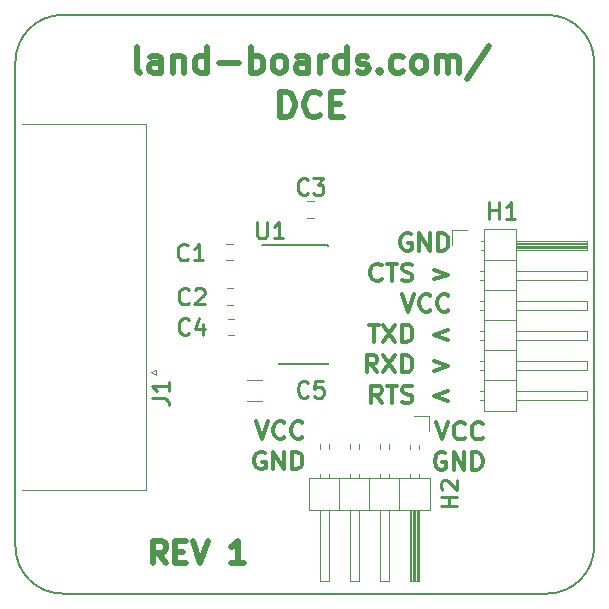
<source format=gbr>
G04 #@! TF.GenerationSoftware,KiCad,Pcbnew,(5.1.5)-3*
G04 #@! TF.CreationDate,2020-04-19T11:44:13-04:00*
G04 #@! TF.ProjectId,RS232_TTL_Female,52533233-325f-4545-944c-5f46656d616c,rev?*
G04 #@! TF.SameCoordinates,Original*
G04 #@! TF.FileFunction,Legend,Top*
G04 #@! TF.FilePolarity,Positive*
%FSLAX46Y46*%
G04 Gerber Fmt 4.6, Leading zero omitted, Abs format (unit mm)*
G04 Created by KiCad (PCBNEW (5.1.5)-3) date 2020-04-19 11:44:13*
%MOMM*%
%LPD*%
G04 APERTURE LIST*
%ADD10C,0.368300*%
%ADD11C,0.476250*%
%ADD12C,0.539750*%
%ADD13C,0.120000*%
%ADD14C,0.150000*%
%ADD15C,0.254000*%
G04 APERTURE END LIST*
D10*
X154551462Y-101304197D02*
X155059462Y-102777397D01*
X155567462Y-101304197D01*
X156946319Y-102637092D02*
X156873747Y-102707245D01*
X156656033Y-102777397D01*
X156510890Y-102777397D01*
X156293176Y-102707245D01*
X156148033Y-102566940D01*
X156075462Y-102426635D01*
X156002890Y-102146026D01*
X156002890Y-101935569D01*
X156075462Y-101654959D01*
X156148033Y-101514654D01*
X156293176Y-101374350D01*
X156510890Y-101304197D01*
X156656033Y-101304197D01*
X156873747Y-101374350D01*
X156946319Y-101444502D01*
X158470319Y-102637092D02*
X158397747Y-102707245D01*
X158180033Y-102777397D01*
X158034890Y-102777397D01*
X157817176Y-102707245D01*
X157672033Y-102566940D01*
X157599462Y-102426635D01*
X157526890Y-102146026D01*
X157526890Y-101935569D01*
X157599462Y-101654959D01*
X157672033Y-101514654D01*
X157817176Y-101374350D01*
X158034890Y-101304197D01*
X158180033Y-101304197D01*
X158397747Y-101374350D01*
X158470319Y-101444502D01*
X155277176Y-103952450D02*
X155132033Y-103882297D01*
X154914319Y-103882297D01*
X154696605Y-103952450D01*
X154551462Y-104092754D01*
X154478890Y-104233059D01*
X154406319Y-104513669D01*
X154406319Y-104724126D01*
X154478890Y-105004735D01*
X154551462Y-105145040D01*
X154696605Y-105285345D01*
X154914319Y-105355497D01*
X155059462Y-105355497D01*
X155277176Y-105285345D01*
X155349747Y-105215192D01*
X155349747Y-104724126D01*
X155059462Y-104724126D01*
X156002890Y-105355497D02*
X156002890Y-103882297D01*
X156873747Y-105355497D01*
X156873747Y-103882297D01*
X157599462Y-105355497D02*
X157599462Y-103882297D01*
X157962319Y-103882297D01*
X158180033Y-103952450D01*
X158325176Y-104092754D01*
X158397747Y-104233059D01*
X158470319Y-104513669D01*
X158470319Y-104724126D01*
X158397747Y-105004735D01*
X158325176Y-105145040D01*
X158180033Y-105285345D01*
X157962319Y-105355497D01*
X157599462Y-105355497D01*
X139284962Y-101249297D02*
X139792962Y-102722497D01*
X140300962Y-101249297D01*
X141679819Y-102582192D02*
X141607247Y-102652345D01*
X141389533Y-102722497D01*
X141244390Y-102722497D01*
X141026676Y-102652345D01*
X140881533Y-102512040D01*
X140808962Y-102371735D01*
X140736390Y-102091126D01*
X140736390Y-101880669D01*
X140808962Y-101600059D01*
X140881533Y-101459754D01*
X141026676Y-101319450D01*
X141244390Y-101249297D01*
X141389533Y-101249297D01*
X141607247Y-101319450D01*
X141679819Y-101389602D01*
X143203819Y-102582192D02*
X143131247Y-102652345D01*
X142913533Y-102722497D01*
X142768390Y-102722497D01*
X142550676Y-102652345D01*
X142405533Y-102512040D01*
X142332962Y-102371735D01*
X142260390Y-102091126D01*
X142260390Y-101880669D01*
X142332962Y-101600059D01*
X142405533Y-101459754D01*
X142550676Y-101319450D01*
X142768390Y-101249297D01*
X142913533Y-101249297D01*
X143131247Y-101319450D01*
X143203819Y-101389602D01*
X140010676Y-103897550D02*
X139865533Y-103827397D01*
X139647819Y-103827397D01*
X139430105Y-103897550D01*
X139284962Y-104037854D01*
X139212390Y-104178159D01*
X139139819Y-104458769D01*
X139139819Y-104669226D01*
X139212390Y-104949835D01*
X139284962Y-105090140D01*
X139430105Y-105230445D01*
X139647819Y-105300597D01*
X139792962Y-105300597D01*
X140010676Y-105230445D01*
X140083247Y-105160292D01*
X140083247Y-104669226D01*
X139792962Y-104669226D01*
X140736390Y-105300597D02*
X140736390Y-103827397D01*
X141607247Y-105300597D01*
X141607247Y-103827397D01*
X142332962Y-105300597D02*
X142332962Y-103827397D01*
X142695819Y-103827397D01*
X142913533Y-103897550D01*
X143058676Y-104037854D01*
X143131247Y-104178159D01*
X143203819Y-104458769D01*
X143203819Y-104669226D01*
X143131247Y-104949835D01*
X143058676Y-105090140D01*
X142913533Y-105230445D01*
X142695819Y-105300597D01*
X142332962Y-105300597D01*
D11*
X131626771Y-113274685D02*
X130991771Y-112367542D01*
X130538200Y-113274685D02*
X130538200Y-111369685D01*
X131263914Y-111369685D01*
X131445342Y-111460400D01*
X131536057Y-111551114D01*
X131626771Y-111732542D01*
X131626771Y-112004685D01*
X131536057Y-112186114D01*
X131445342Y-112276828D01*
X131263914Y-112367542D01*
X130538200Y-112367542D01*
X132443200Y-112276828D02*
X133078200Y-112276828D01*
X133350342Y-113274685D02*
X132443200Y-113274685D01*
X132443200Y-111369685D01*
X133350342Y-111369685D01*
X133894628Y-111369685D02*
X134529628Y-113274685D01*
X135164628Y-111369685D01*
X138248914Y-113274685D02*
X137160342Y-113274685D01*
X137704628Y-113274685D02*
X137704628Y-111369685D01*
X137523200Y-111641828D01*
X137341771Y-111823257D01*
X137160342Y-111913971D01*
D10*
X152367776Y-85393650D02*
X152222633Y-85323497D01*
X152004919Y-85323497D01*
X151787205Y-85393650D01*
X151642062Y-85533954D01*
X151569490Y-85674259D01*
X151496919Y-85954869D01*
X151496919Y-86165326D01*
X151569490Y-86445935D01*
X151642062Y-86586240D01*
X151787205Y-86726545D01*
X152004919Y-86796697D01*
X152150062Y-86796697D01*
X152367776Y-86726545D01*
X152440347Y-86656392D01*
X152440347Y-86165326D01*
X152150062Y-86165326D01*
X153093490Y-86796697D02*
X153093490Y-85323497D01*
X153964347Y-86796697D01*
X153964347Y-85323497D01*
X154690062Y-86796697D02*
X154690062Y-85323497D01*
X155052919Y-85323497D01*
X155270633Y-85393650D01*
X155415776Y-85533954D01*
X155488347Y-85674259D01*
X155560919Y-85954869D01*
X155560919Y-86165326D01*
X155488347Y-86445935D01*
X155415776Y-86586240D01*
X155270633Y-86726545D01*
X155052919Y-86796697D01*
X154690062Y-86796697D01*
X149900347Y-89234492D02*
X149827776Y-89304645D01*
X149610062Y-89374797D01*
X149464919Y-89374797D01*
X149247205Y-89304645D01*
X149102062Y-89164340D01*
X149029490Y-89024035D01*
X148956919Y-88743426D01*
X148956919Y-88532969D01*
X149029490Y-88252359D01*
X149102062Y-88112054D01*
X149247205Y-87971750D01*
X149464919Y-87901597D01*
X149610062Y-87901597D01*
X149827776Y-87971750D01*
X149900347Y-88041902D01*
X150335776Y-87901597D02*
X151206633Y-87901597D01*
X150771205Y-89374797D02*
X150771205Y-87901597D01*
X151642062Y-89304645D02*
X151859776Y-89374797D01*
X152222633Y-89374797D01*
X152367776Y-89304645D01*
X152440347Y-89234492D01*
X152512919Y-89094188D01*
X152512919Y-88953883D01*
X152440347Y-88813578D01*
X152367776Y-88743426D01*
X152222633Y-88673273D01*
X151932347Y-88603121D01*
X151787205Y-88532969D01*
X151714633Y-88462816D01*
X151642062Y-88322511D01*
X151642062Y-88182207D01*
X151714633Y-88041902D01*
X151787205Y-87971750D01*
X151932347Y-87901597D01*
X152295205Y-87901597D01*
X152512919Y-87971750D01*
X154327205Y-88392664D02*
X155488347Y-88813578D01*
X154327205Y-89234492D01*
X151642062Y-90479697D02*
X152150062Y-91952897D01*
X152658062Y-90479697D01*
X154036919Y-91812592D02*
X153964347Y-91882745D01*
X153746633Y-91952897D01*
X153601490Y-91952897D01*
X153383776Y-91882745D01*
X153238633Y-91742440D01*
X153166062Y-91602135D01*
X153093490Y-91321526D01*
X153093490Y-91111069D01*
X153166062Y-90830459D01*
X153238633Y-90690154D01*
X153383776Y-90549850D01*
X153601490Y-90479697D01*
X153746633Y-90479697D01*
X153964347Y-90549850D01*
X154036919Y-90620002D01*
X155560919Y-91812592D02*
X155488347Y-91882745D01*
X155270633Y-91952897D01*
X155125490Y-91952897D01*
X154907776Y-91882745D01*
X154762633Y-91742440D01*
X154690062Y-91602135D01*
X154617490Y-91321526D01*
X154617490Y-91111069D01*
X154690062Y-90830459D01*
X154762633Y-90690154D01*
X154907776Y-90549850D01*
X155125490Y-90479697D01*
X155270633Y-90479697D01*
X155488347Y-90549850D01*
X155560919Y-90620002D01*
X148811776Y-93057797D02*
X149682633Y-93057797D01*
X149247205Y-94530997D02*
X149247205Y-93057797D01*
X150045490Y-93057797D02*
X151061490Y-94530997D01*
X151061490Y-93057797D02*
X150045490Y-94530997D01*
X151642062Y-94530997D02*
X151642062Y-93057797D01*
X152004919Y-93057797D01*
X152222633Y-93127950D01*
X152367776Y-93268254D01*
X152440347Y-93408559D01*
X152512919Y-93689169D01*
X152512919Y-93899626D01*
X152440347Y-94180235D01*
X152367776Y-94320540D01*
X152222633Y-94460845D01*
X152004919Y-94530997D01*
X151642062Y-94530997D01*
X155488347Y-93548864D02*
X154327205Y-93969778D01*
X155488347Y-94390692D01*
X149537490Y-97109097D02*
X149029490Y-96407573D01*
X148666633Y-97109097D02*
X148666633Y-95635897D01*
X149247205Y-95635897D01*
X149392347Y-95706050D01*
X149464919Y-95776202D01*
X149537490Y-95916507D01*
X149537490Y-96126964D01*
X149464919Y-96267269D01*
X149392347Y-96337421D01*
X149247205Y-96407573D01*
X148666633Y-96407573D01*
X150045490Y-95635897D02*
X151061490Y-97109097D01*
X151061490Y-95635897D02*
X150045490Y-97109097D01*
X151642062Y-97109097D02*
X151642062Y-95635897D01*
X152004919Y-95635897D01*
X152222633Y-95706050D01*
X152367776Y-95846354D01*
X152440347Y-95986659D01*
X152512919Y-96267269D01*
X152512919Y-96477726D01*
X152440347Y-96758335D01*
X152367776Y-96898640D01*
X152222633Y-97038945D01*
X152004919Y-97109097D01*
X151642062Y-97109097D01*
X154327205Y-96126964D02*
X155488347Y-96547878D01*
X154327205Y-96968792D01*
X149900347Y-99687197D02*
X149392347Y-98985673D01*
X149029490Y-99687197D02*
X149029490Y-98213997D01*
X149610062Y-98213997D01*
X149755205Y-98284150D01*
X149827776Y-98354302D01*
X149900347Y-98494607D01*
X149900347Y-98705064D01*
X149827776Y-98845369D01*
X149755205Y-98915521D01*
X149610062Y-98985673D01*
X149029490Y-98985673D01*
X150335776Y-98213997D02*
X151206633Y-98213997D01*
X150771205Y-99687197D02*
X150771205Y-98213997D01*
X151642062Y-99617045D02*
X151859776Y-99687197D01*
X152222633Y-99687197D01*
X152367776Y-99617045D01*
X152440347Y-99546892D01*
X152512919Y-99406588D01*
X152512919Y-99266283D01*
X152440347Y-99125978D01*
X152367776Y-99055826D01*
X152222633Y-98985673D01*
X151932347Y-98915521D01*
X151787205Y-98845369D01*
X151714633Y-98775216D01*
X151642062Y-98634911D01*
X151642062Y-98494607D01*
X151714633Y-98354302D01*
X151787205Y-98284150D01*
X151932347Y-98213997D01*
X152295205Y-98213997D01*
X152512919Y-98284150D01*
X155488347Y-98705064D02*
X154327205Y-99125978D01*
X155488347Y-99546892D01*
D12*
X129479261Y-71724065D02*
X129273642Y-71621255D01*
X129170833Y-71415636D01*
X129170833Y-69565065D01*
X131227023Y-71724065D02*
X131227023Y-70593160D01*
X131124214Y-70387541D01*
X130918595Y-70284732D01*
X130507357Y-70284732D01*
X130301738Y-70387541D01*
X131227023Y-71621255D02*
X131021404Y-71724065D01*
X130507357Y-71724065D01*
X130301738Y-71621255D01*
X130198928Y-71415636D01*
X130198928Y-71210017D01*
X130301738Y-71004398D01*
X130507357Y-70901589D01*
X131021404Y-70901589D01*
X131227023Y-70798779D01*
X132255119Y-70284732D02*
X132255119Y-71724065D01*
X132255119Y-70490351D02*
X132357928Y-70387541D01*
X132563547Y-70284732D01*
X132871976Y-70284732D01*
X133077595Y-70387541D01*
X133180404Y-70593160D01*
X133180404Y-71724065D01*
X135133785Y-71724065D02*
X135133785Y-69565065D01*
X135133785Y-71621255D02*
X134928166Y-71724065D01*
X134516928Y-71724065D01*
X134311309Y-71621255D01*
X134208500Y-71518446D01*
X134105690Y-71312827D01*
X134105690Y-70695970D01*
X134208500Y-70490351D01*
X134311309Y-70387541D01*
X134516928Y-70284732D01*
X134928166Y-70284732D01*
X135133785Y-70387541D01*
X136161880Y-70901589D02*
X137806833Y-70901589D01*
X138834928Y-71724065D02*
X138834928Y-69565065D01*
X138834928Y-70387541D02*
X139040547Y-70284732D01*
X139451785Y-70284732D01*
X139657404Y-70387541D01*
X139760214Y-70490351D01*
X139863023Y-70695970D01*
X139863023Y-71312827D01*
X139760214Y-71518446D01*
X139657404Y-71621255D01*
X139451785Y-71724065D01*
X139040547Y-71724065D01*
X138834928Y-71621255D01*
X141096738Y-71724065D02*
X140891119Y-71621255D01*
X140788309Y-71518446D01*
X140685500Y-71312827D01*
X140685500Y-70695970D01*
X140788309Y-70490351D01*
X140891119Y-70387541D01*
X141096738Y-70284732D01*
X141405166Y-70284732D01*
X141610785Y-70387541D01*
X141713595Y-70490351D01*
X141816404Y-70695970D01*
X141816404Y-71312827D01*
X141713595Y-71518446D01*
X141610785Y-71621255D01*
X141405166Y-71724065D01*
X141096738Y-71724065D01*
X143666976Y-71724065D02*
X143666976Y-70593160D01*
X143564166Y-70387541D01*
X143358547Y-70284732D01*
X142947309Y-70284732D01*
X142741690Y-70387541D01*
X143666976Y-71621255D02*
X143461357Y-71724065D01*
X142947309Y-71724065D01*
X142741690Y-71621255D01*
X142638880Y-71415636D01*
X142638880Y-71210017D01*
X142741690Y-71004398D01*
X142947309Y-70901589D01*
X143461357Y-70901589D01*
X143666976Y-70798779D01*
X144695071Y-71724065D02*
X144695071Y-70284732D01*
X144695071Y-70695970D02*
X144797880Y-70490351D01*
X144900690Y-70387541D01*
X145106309Y-70284732D01*
X145311928Y-70284732D01*
X146956880Y-71724065D02*
X146956880Y-69565065D01*
X146956880Y-71621255D02*
X146751261Y-71724065D01*
X146340023Y-71724065D01*
X146134404Y-71621255D01*
X146031595Y-71518446D01*
X145928785Y-71312827D01*
X145928785Y-70695970D01*
X146031595Y-70490351D01*
X146134404Y-70387541D01*
X146340023Y-70284732D01*
X146751261Y-70284732D01*
X146956880Y-70387541D01*
X147882166Y-71621255D02*
X148087785Y-71724065D01*
X148499023Y-71724065D01*
X148704642Y-71621255D01*
X148807452Y-71415636D01*
X148807452Y-71312827D01*
X148704642Y-71107208D01*
X148499023Y-71004398D01*
X148190595Y-71004398D01*
X147984976Y-70901589D01*
X147882166Y-70695970D01*
X147882166Y-70593160D01*
X147984976Y-70387541D01*
X148190595Y-70284732D01*
X148499023Y-70284732D01*
X148704642Y-70387541D01*
X149732738Y-71518446D02*
X149835547Y-71621255D01*
X149732738Y-71724065D01*
X149629928Y-71621255D01*
X149732738Y-71518446D01*
X149732738Y-71724065D01*
X151686119Y-71621255D02*
X151480500Y-71724065D01*
X151069261Y-71724065D01*
X150863642Y-71621255D01*
X150760833Y-71518446D01*
X150658023Y-71312827D01*
X150658023Y-70695970D01*
X150760833Y-70490351D01*
X150863642Y-70387541D01*
X151069261Y-70284732D01*
X151480500Y-70284732D01*
X151686119Y-70387541D01*
X152919833Y-71724065D02*
X152714214Y-71621255D01*
X152611404Y-71518446D01*
X152508595Y-71312827D01*
X152508595Y-70695970D01*
X152611404Y-70490351D01*
X152714214Y-70387541D01*
X152919833Y-70284732D01*
X153228261Y-70284732D01*
X153433880Y-70387541D01*
X153536690Y-70490351D01*
X153639500Y-70695970D01*
X153639500Y-71312827D01*
X153536690Y-71518446D01*
X153433880Y-71621255D01*
X153228261Y-71724065D01*
X152919833Y-71724065D01*
X154564785Y-71724065D02*
X154564785Y-70284732D01*
X154564785Y-70490351D02*
X154667595Y-70387541D01*
X154873214Y-70284732D01*
X155181642Y-70284732D01*
X155387261Y-70387541D01*
X155490071Y-70593160D01*
X155490071Y-71724065D01*
X155490071Y-70593160D02*
X155592880Y-70387541D01*
X155798500Y-70284732D01*
X156106928Y-70284732D01*
X156312547Y-70387541D01*
X156415357Y-70593160D01*
X156415357Y-71724065D01*
X158985595Y-69462255D02*
X157135023Y-72238113D01*
X141302357Y-75502315D02*
X141302357Y-73343315D01*
X141816404Y-73343315D01*
X142124833Y-73446125D01*
X142330452Y-73651744D01*
X142433261Y-73857363D01*
X142536071Y-74268601D01*
X142536071Y-74577029D01*
X142433261Y-74988267D01*
X142330452Y-75193886D01*
X142124833Y-75399505D01*
X141816404Y-75502315D01*
X141302357Y-75502315D01*
X144695071Y-75296696D02*
X144592261Y-75399505D01*
X144283833Y-75502315D01*
X144078214Y-75502315D01*
X143769785Y-75399505D01*
X143564166Y-75193886D01*
X143461357Y-74988267D01*
X143358547Y-74577029D01*
X143358547Y-74268601D01*
X143461357Y-73857363D01*
X143564166Y-73651744D01*
X143769785Y-73446125D01*
X144078214Y-73343315D01*
X144283833Y-73343315D01*
X144592261Y-73446125D01*
X144695071Y-73548934D01*
X145620357Y-74371410D02*
X146340023Y-74371410D01*
X146648452Y-75502315D02*
X145620357Y-75502315D01*
X145620357Y-73343315D01*
X146648452Y-73343315D01*
D13*
X137289152Y-87621300D02*
X136766648Y-87621300D01*
X137289152Y-86201300D02*
X136766648Y-86201300D01*
X137352652Y-89985900D02*
X136830148Y-89985900D01*
X137352652Y-91405900D02*
X136830148Y-91405900D01*
X144147152Y-83989100D02*
X143624648Y-83989100D01*
X144147152Y-82569100D02*
X143624648Y-82569100D01*
X136880948Y-93971300D02*
X137403452Y-93971300D01*
X136880948Y-92551300D02*
X137403452Y-92551300D01*
X119452700Y-76084400D02*
X129932700Y-76084400D01*
X129932700Y-76084400D02*
X129932700Y-107054400D01*
X129932700Y-107054400D02*
X119452700Y-107054400D01*
X130827038Y-96859400D02*
X130827038Y-97359400D01*
X130827038Y-97359400D02*
X130394025Y-97109400D01*
X130394025Y-97109400D02*
X130827038Y-96859400D01*
D14*
X141175900Y-86281300D02*
X141175900Y-86306300D01*
X145325900Y-86281300D02*
X145325900Y-86386300D01*
X145325900Y-96431300D02*
X145325900Y-96326300D01*
X141175900Y-96431300D02*
X141175900Y-96326300D01*
X141175900Y-86281300D02*
X145325900Y-86281300D01*
X141175900Y-96431300D02*
X145325900Y-96431300D01*
X141175900Y-86306300D02*
X139800900Y-86306300D01*
D13*
X158610100Y-84997100D02*
X158610100Y-100357100D01*
X158610100Y-100357100D02*
X161270100Y-100357100D01*
X161270100Y-100357100D02*
X161270100Y-84997100D01*
X161270100Y-84997100D02*
X158610100Y-84997100D01*
X161270100Y-85947100D02*
X167270100Y-85947100D01*
X167270100Y-85947100D02*
X167270100Y-86707100D01*
X167270100Y-86707100D02*
X161270100Y-86707100D01*
X161270100Y-86007100D02*
X167270100Y-86007100D01*
X161270100Y-86127100D02*
X167270100Y-86127100D01*
X161270100Y-86247100D02*
X167270100Y-86247100D01*
X161270100Y-86367100D02*
X167270100Y-86367100D01*
X161270100Y-86487100D02*
X167270100Y-86487100D01*
X161270100Y-86607100D02*
X167270100Y-86607100D01*
X158280100Y-85947100D02*
X158610100Y-85947100D01*
X158280100Y-86707100D02*
X158610100Y-86707100D01*
X158610100Y-87597100D02*
X161270100Y-87597100D01*
X161270100Y-88487100D02*
X167270100Y-88487100D01*
X167270100Y-88487100D02*
X167270100Y-89247100D01*
X167270100Y-89247100D02*
X161270100Y-89247100D01*
X158213029Y-88487100D02*
X158610100Y-88487100D01*
X158213029Y-89247100D02*
X158610100Y-89247100D01*
X158610100Y-90137100D02*
X161270100Y-90137100D01*
X161270100Y-91027100D02*
X167270100Y-91027100D01*
X167270100Y-91027100D02*
X167270100Y-91787100D01*
X167270100Y-91787100D02*
X161270100Y-91787100D01*
X158213029Y-91027100D02*
X158610100Y-91027100D01*
X158213029Y-91787100D02*
X158610100Y-91787100D01*
X158610100Y-92677100D02*
X161270100Y-92677100D01*
X161270100Y-93567100D02*
X167270100Y-93567100D01*
X167270100Y-93567100D02*
X167270100Y-94327100D01*
X167270100Y-94327100D02*
X161270100Y-94327100D01*
X158213029Y-93567100D02*
X158610100Y-93567100D01*
X158213029Y-94327100D02*
X158610100Y-94327100D01*
X158610100Y-95217100D02*
X161270100Y-95217100D01*
X161270100Y-96107100D02*
X167270100Y-96107100D01*
X167270100Y-96107100D02*
X167270100Y-96867100D01*
X167270100Y-96867100D02*
X161270100Y-96867100D01*
X158213029Y-96107100D02*
X158610100Y-96107100D01*
X158213029Y-96867100D02*
X158610100Y-96867100D01*
X158610100Y-97757100D02*
X161270100Y-97757100D01*
X161270100Y-98647100D02*
X167270100Y-98647100D01*
X167270100Y-98647100D02*
X167270100Y-99407100D01*
X167270100Y-99407100D02*
X161270100Y-99407100D01*
X158213029Y-98647100D02*
X158610100Y-98647100D01*
X158213029Y-99407100D02*
X158610100Y-99407100D01*
X155900100Y-86327100D02*
X155900100Y-85057100D01*
X155900100Y-85057100D02*
X157170100Y-85057100D01*
X138532736Y-97732800D02*
X139736864Y-97732800D01*
X138532736Y-99552800D02*
X139736864Y-99552800D01*
X154017000Y-106080500D02*
X143737000Y-106080500D01*
X143737000Y-106080500D02*
X143737000Y-108740500D01*
X143737000Y-108740500D02*
X154017000Y-108740500D01*
X154017000Y-108740500D02*
X154017000Y-106080500D01*
X153067000Y-108740500D02*
X153067000Y-114740500D01*
X153067000Y-114740500D02*
X152307000Y-114740500D01*
X152307000Y-114740500D02*
X152307000Y-108740500D01*
X153007000Y-108740500D02*
X153007000Y-114740500D01*
X152887000Y-108740500D02*
X152887000Y-114740500D01*
X152767000Y-108740500D02*
X152767000Y-114740500D01*
X152647000Y-108740500D02*
X152647000Y-114740500D01*
X152527000Y-108740500D02*
X152527000Y-114740500D01*
X152407000Y-108740500D02*
X152407000Y-114740500D01*
X153067000Y-105683429D02*
X153067000Y-106080500D01*
X152307000Y-105683429D02*
X152307000Y-106080500D01*
X153067000Y-103210500D02*
X153067000Y-103597571D01*
X152307000Y-103210500D02*
X152307000Y-103597571D01*
X151417000Y-106080500D02*
X151417000Y-108740500D01*
X150527000Y-108740500D02*
X150527000Y-114740500D01*
X150527000Y-114740500D02*
X149767000Y-114740500D01*
X149767000Y-114740500D02*
X149767000Y-108740500D01*
X150527000Y-105683429D02*
X150527000Y-106080500D01*
X149767000Y-105683429D02*
X149767000Y-106080500D01*
X150527000Y-103143429D02*
X150527000Y-103597571D01*
X149767000Y-103143429D02*
X149767000Y-103597571D01*
X148877000Y-106080500D02*
X148877000Y-108740500D01*
X147987000Y-108740500D02*
X147987000Y-114740500D01*
X147987000Y-114740500D02*
X147227000Y-114740500D01*
X147227000Y-114740500D02*
X147227000Y-108740500D01*
X147987000Y-105683429D02*
X147987000Y-106080500D01*
X147227000Y-105683429D02*
X147227000Y-106080500D01*
X147987000Y-103143429D02*
X147987000Y-103597571D01*
X147227000Y-103143429D02*
X147227000Y-103597571D01*
X146337000Y-106080500D02*
X146337000Y-108740500D01*
X145447000Y-108740500D02*
X145447000Y-114740500D01*
X145447000Y-114740500D02*
X144687000Y-114740500D01*
X144687000Y-114740500D02*
X144687000Y-108740500D01*
X145447000Y-105683429D02*
X145447000Y-106080500D01*
X144687000Y-105683429D02*
X144687000Y-106080500D01*
X145447000Y-103143429D02*
X145447000Y-103597571D01*
X144687000Y-103143429D02*
X144687000Y-103597571D01*
X152687000Y-100830500D02*
X153957000Y-100830500D01*
X153957000Y-100830500D02*
X153957000Y-102100500D01*
D14*
X122900000Y-115830000D02*
X163900000Y-115830000D01*
X118900000Y-70830000D02*
X118900000Y-111830000D01*
X163900000Y-66830000D02*
X122900000Y-66830000D01*
X167900000Y-111830000D02*
X167900000Y-70830000D01*
X118900000Y-111830000D02*
G75*
G03X122900000Y-115830000I4000000J0D01*
G01*
X163900000Y-115830000D02*
G75*
G03X167900000Y-111830000I0J4000000D01*
G01*
X167900000Y-70830000D02*
G75*
G03X163900000Y-66830000I-4000000J0D01*
G01*
X122900000Y-66830000D02*
G75*
G03X118900000Y-70830000I0J-4000000D01*
G01*
D15*
X133493066Y-87486428D02*
X133426542Y-87552952D01*
X133226971Y-87619476D01*
X133093923Y-87619476D01*
X132894352Y-87552952D01*
X132761304Y-87419904D01*
X132694780Y-87286857D01*
X132628257Y-87020761D01*
X132628257Y-86821190D01*
X132694780Y-86555095D01*
X132761304Y-86422047D01*
X132894352Y-86289000D01*
X133093923Y-86222476D01*
X133226971Y-86222476D01*
X133426542Y-86289000D01*
X133493066Y-86355523D01*
X134823542Y-87619476D02*
X134025257Y-87619476D01*
X134424400Y-87619476D02*
X134424400Y-86222476D01*
X134291352Y-86422047D01*
X134158304Y-86555095D01*
X134025257Y-86621619D01*
X133581966Y-91220228D02*
X133515442Y-91286752D01*
X133315871Y-91353276D01*
X133182823Y-91353276D01*
X132983252Y-91286752D01*
X132850204Y-91153704D01*
X132783680Y-91020657D01*
X132717157Y-90754561D01*
X132717157Y-90554990D01*
X132783680Y-90288895D01*
X132850204Y-90155847D01*
X132983252Y-90022800D01*
X133182823Y-89956276D01*
X133315871Y-89956276D01*
X133515442Y-90022800D01*
X133581966Y-90089323D01*
X134114157Y-90089323D02*
X134180680Y-90022800D01*
X134313728Y-89956276D01*
X134646347Y-89956276D01*
X134779395Y-90022800D01*
X134845919Y-90089323D01*
X134912442Y-90222371D01*
X134912442Y-90355419D01*
X134845919Y-90554990D01*
X134047633Y-91353276D01*
X134912442Y-91353276D01*
X143653066Y-81936528D02*
X143586542Y-82003052D01*
X143386971Y-82069576D01*
X143253923Y-82069576D01*
X143054352Y-82003052D01*
X142921304Y-81870004D01*
X142854780Y-81736957D01*
X142788257Y-81470861D01*
X142788257Y-81271290D01*
X142854780Y-81005195D01*
X142921304Y-80872147D01*
X143054352Y-80739100D01*
X143253923Y-80672576D01*
X143386971Y-80672576D01*
X143586542Y-80739100D01*
X143653066Y-80805623D01*
X144118733Y-80672576D02*
X144983542Y-80672576D01*
X144517876Y-81204766D01*
X144717447Y-81204766D01*
X144850495Y-81271290D01*
X144917019Y-81337814D01*
X144983542Y-81470861D01*
X144983542Y-81803480D01*
X144917019Y-81936528D01*
X144850495Y-82003052D01*
X144717447Y-82069576D01*
X144318304Y-82069576D01*
X144185257Y-82003052D01*
X144118733Y-81936528D01*
X133581966Y-93785628D02*
X133515442Y-93852152D01*
X133315871Y-93918676D01*
X133182823Y-93918676D01*
X132983252Y-93852152D01*
X132850204Y-93719104D01*
X132783680Y-93586057D01*
X132717157Y-93319961D01*
X132717157Y-93120390D01*
X132783680Y-92854295D01*
X132850204Y-92721247D01*
X132983252Y-92588200D01*
X133182823Y-92521676D01*
X133315871Y-92521676D01*
X133515442Y-92588200D01*
X133581966Y-92654723D01*
X134779395Y-92987342D02*
X134779395Y-93918676D01*
X134446776Y-92455152D02*
X134114157Y-93453009D01*
X134978966Y-93453009D01*
X130471676Y-99289566D02*
X131469533Y-99289566D01*
X131669104Y-99356090D01*
X131802152Y-99489138D01*
X131868676Y-99688709D01*
X131868676Y-99821757D01*
X131868676Y-97892566D02*
X131868676Y-98690852D01*
X131868676Y-98291709D02*
X130471676Y-98291709D01*
X130671247Y-98424757D01*
X130804295Y-98557804D01*
X130870819Y-98690852D01*
X139379819Y-84368276D02*
X139379819Y-85499180D01*
X139446342Y-85632228D01*
X139512866Y-85698752D01*
X139645914Y-85765276D01*
X139912009Y-85765276D01*
X140045057Y-85698752D01*
X140111580Y-85632228D01*
X140178104Y-85499180D01*
X140178104Y-84368276D01*
X141575104Y-85765276D02*
X140776819Y-85765276D01*
X141175961Y-85765276D02*
X141175961Y-84368276D01*
X141042914Y-84567847D01*
X140909866Y-84700895D01*
X140776819Y-84767419D01*
X159039419Y-84114276D02*
X159039419Y-82717276D01*
X159039419Y-83382514D02*
X159837704Y-83382514D01*
X159837704Y-84114276D02*
X159837704Y-82717276D01*
X161234704Y-84114276D02*
X160436419Y-84114276D01*
X160835561Y-84114276D02*
X160835561Y-82717276D01*
X160702514Y-82916847D01*
X160569466Y-83049895D01*
X160436419Y-83116419D01*
X143667166Y-99098928D02*
X143600642Y-99165452D01*
X143401071Y-99231976D01*
X143268023Y-99231976D01*
X143068452Y-99165452D01*
X142935404Y-99032404D01*
X142868880Y-98899357D01*
X142802357Y-98633261D01*
X142802357Y-98433690D01*
X142868880Y-98167595D01*
X142935404Y-98034547D01*
X143068452Y-97901500D01*
X143268023Y-97834976D01*
X143401071Y-97834976D01*
X143600642Y-97901500D01*
X143667166Y-97968023D01*
X144931119Y-97834976D02*
X144265880Y-97834976D01*
X144199357Y-98500214D01*
X144265880Y-98433690D01*
X144398928Y-98367166D01*
X144731547Y-98367166D01*
X144864595Y-98433690D01*
X144931119Y-98500214D01*
X144997642Y-98633261D01*
X144997642Y-98965880D01*
X144931119Y-99098928D01*
X144864595Y-99165452D01*
X144731547Y-99231976D01*
X144398928Y-99231976D01*
X144265880Y-99165452D01*
X144199357Y-99098928D01*
X156316176Y-108422680D02*
X154919176Y-108422680D01*
X155584414Y-108422680D02*
X155584414Y-107624395D01*
X156316176Y-107624395D02*
X154919176Y-107624395D01*
X155052223Y-107025680D02*
X154985700Y-106959157D01*
X154919176Y-106826109D01*
X154919176Y-106493490D01*
X154985700Y-106360442D01*
X155052223Y-106293919D01*
X155185271Y-106227395D01*
X155318319Y-106227395D01*
X155517890Y-106293919D01*
X156316176Y-107092204D01*
X156316176Y-106227395D01*
M02*

</source>
